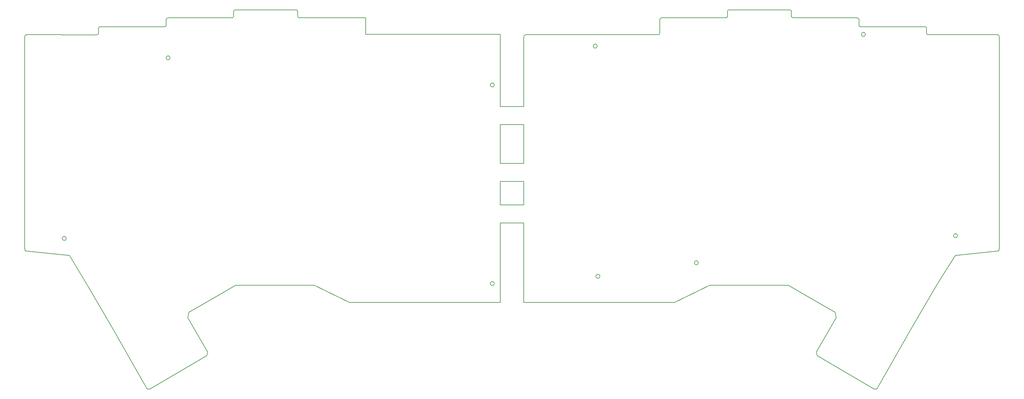
<source format=gbr>
%TF.GenerationSoftware,KiCad,Pcbnew,(5.1.6-0-10_14)*%
%TF.CreationDate,2020-09-29T15:02:50+02:00*%
%TF.ProjectId,bottom-plate,626f7474-6f6d-42d7-906c-6174652e6b69,rev?*%
%TF.SameCoordinates,Original*%
%TF.FileFunction,Profile,NP*%
%FSLAX46Y46*%
G04 Gerber Fmt 4.6, Leading zero omitted, Abs format (unit mm)*
G04 Created by KiCad (PCBNEW (5.1.6-0-10_14)) date 2020-09-29 15:02:50*
%MOMM*%
%LPD*%
G01*
G04 APERTURE LIST*
%TA.AperFunction,Profile*%
%ADD10C,0.200000*%
%TD*%
G04 APERTURE END LIST*
D10*
X145288000Y-75438000D02*
X145288000Y-97790000D01*
X190660384Y-17702252D02*
X196787500Y-17702252D01*
X227660528Y-17702252D02*
X234697500Y-17702252D01*
X265660170Y-22452301D02*
X265660408Y-22452301D01*
X265160287Y-21952179D02*
X265209543Y-22168960D01*
X265209543Y-22168960D02*
X265342150Y-22338046D01*
X265342150Y-22338046D02*
X265535215Y-22436528D01*
X265535215Y-22436528D02*
X265660170Y-22452301D01*
X246160351Y-19702247D02*
X246209710Y-19919004D01*
X246209710Y-19919004D02*
X246342398Y-20088024D01*
X246342398Y-20088024D02*
X246535510Y-20186410D01*
X246535510Y-20186410D02*
X246660473Y-20202121D01*
X246160351Y-18202126D02*
X246111023Y-17985433D01*
X246111023Y-17985433D02*
X245978410Y-17816436D01*
X245978410Y-17816436D02*
X245785391Y-17718014D01*
X245785391Y-17718014D02*
X245660478Y-17702252D01*
X227660280Y-17702252D02*
X227660528Y-17702252D01*
X227160406Y-17202126D02*
X227209656Y-17418908D01*
X227209656Y-17418908D02*
X227342261Y-17587995D01*
X227342261Y-17587995D02*
X227535325Y-17686479D01*
X227535325Y-17686479D02*
X227660280Y-17702252D01*
X227160406Y-15952194D02*
X227111156Y-15735411D01*
X227111156Y-15735411D02*
X226978551Y-15566324D01*
X226978551Y-15566324D02*
X226785487Y-15467840D01*
X226785487Y-15467840D02*
X226660533Y-15452068D01*
X209160456Y-15952189D02*
X209160456Y-15952194D01*
X209660330Y-15452068D02*
X209443570Y-15501427D01*
X209443570Y-15501427D02*
X209274550Y-15634116D01*
X209274550Y-15634116D02*
X209176165Y-15827228D01*
X209176165Y-15827228D02*
X209160456Y-15952189D01*
X209160456Y-17202379D02*
X209160456Y-17202126D01*
X208660335Y-17702252D02*
X208877118Y-17653001D01*
X208877118Y-17653001D02*
X209046203Y-17520395D01*
X209046203Y-17520395D02*
X209144683Y-17327331D01*
X209144683Y-17327331D02*
X209160456Y-17202379D01*
X190660384Y-17702252D02*
X190443691Y-17751580D01*
X190443691Y-17751580D02*
X190274694Y-17884193D01*
X190274694Y-17884193D02*
X190176272Y-18077212D01*
X190176272Y-18077212D02*
X190160511Y-18202126D01*
X190160511Y-21952427D02*
X190160511Y-21952179D01*
X189660389Y-22452301D02*
X189877172Y-22403049D01*
X189877172Y-22403049D02*
X190046257Y-22270443D01*
X190046257Y-22270443D02*
X190144738Y-22077380D01*
X190144738Y-22077380D02*
X190160511Y-21952427D01*
X285099901Y-22451031D02*
X265660408Y-22452301D01*
X209160456Y-15952194D02*
X209158680Y-17200350D01*
X208658301Y-17700729D02*
X201547500Y-17700729D01*
X190159499Y-18201109D02*
X190159499Y-21950145D01*
X265160287Y-20702242D02*
X265111034Y-20485463D01*
X265111034Y-20485463D02*
X264978434Y-20316379D01*
X264978434Y-20316379D02*
X264785376Y-20217895D01*
X264785376Y-20217895D02*
X264660423Y-20202121D01*
X265158005Y-20700466D02*
X265160287Y-21952179D01*
X245658444Y-17700729D02*
X239537500Y-17700729D01*
X227159642Y-17200350D02*
X227159642Y-15950671D01*
X226659263Y-15450292D02*
X209659060Y-15450292D01*
X189659119Y-22450525D02*
X152406499Y-22452301D01*
X285599784Y-22950904D02*
X285599784Y-82424945D01*
X285599784Y-22950904D02*
X285550458Y-22734210D01*
X285550458Y-22734210D02*
X285417840Y-22565212D01*
X285417840Y-22565212D02*
X285224815Y-22466791D01*
X285224815Y-22466791D02*
X285099901Y-22451031D01*
X264660165Y-20200087D02*
X246659203Y-20200087D01*
X246158823Y-19699707D02*
X246158823Y-18201109D01*
X218440000Y-92964000D02*
X221996000Y-92964000D01*
X239522000Y-100584000D02*
X239776000Y-102108000D01*
X234442000Y-112776000D02*
X250444000Y-122174000D01*
X251206000Y-122174000D02*
X260604000Y-105664000D01*
X226314000Y-92964000D02*
X234188000Y-97536000D01*
X194056000Y-97790000D02*
X194310000Y-97790000D01*
X221996000Y-92964000D02*
X222758000Y-92964000D01*
X239776000Y-102108000D02*
X234188000Y-111760000D01*
X168402000Y-97790000D02*
X175514000Y-97790000D01*
X234188000Y-111760000D02*
X234442000Y-112776000D01*
X273304000Y-84582000D02*
X285496000Y-83312000D01*
X151892000Y-97790000D02*
X168402000Y-97790000D01*
X194310000Y-97790000D02*
X204216000Y-92964000D01*
X175514000Y-97790000D02*
X194056000Y-97790000D01*
X222758000Y-92964000D02*
X226314000Y-92964000D01*
X250444000Y-122174000D02*
X251206000Y-122174000D01*
X234188000Y-97536000D02*
X239522000Y-100584000D01*
X285599784Y-82424945D02*
X285496000Y-83312000D01*
X267716000Y-93472000D02*
X269748000Y-90170000D01*
X151892000Y-75438000D02*
X151892000Y-97790000D01*
X152398621Y-22460427D02*
X152181837Y-22509678D01*
X152181837Y-22509678D02*
X152012752Y-22642284D01*
X152012752Y-22642284D02*
X151914271Y-22835347D01*
X151914271Y-22835347D02*
X151898499Y-22960301D01*
X151898499Y-22960301D02*
X151898499Y-22960549D01*
X151898499Y-22960549D02*
X151892000Y-23114000D01*
X152406499Y-22452301D02*
X152398621Y-22460427D01*
X260604000Y-105664000D02*
X267716000Y-93472000D01*
X172534000Y-25654000D02*
G75*
G03*
X172534000Y-25654000I-576000J0D01*
G01*
X173296000Y-90424000D02*
G75*
G03*
X173296000Y-90424000I-576000J0D01*
G01*
X200982000Y-86614000D02*
G75*
G03*
X200982000Y-86614000I-576000J0D01*
G01*
X273880000Y-78994000D02*
G75*
G03*
X273880000Y-78994000I-576000J0D01*
G01*
X247972000Y-22352000D02*
G75*
G03*
X247972000Y-22352000I-576000J0D01*
G01*
X51244177Y-19707707D02*
X51244177Y-18209109D01*
X32742835Y-20208087D02*
X50743797Y-20208087D01*
X11492700Y-22960174D02*
X11542025Y-22743480D01*
X11542025Y-22743480D02*
X11674643Y-22574482D01*
X11674643Y-22574482D02*
X11867668Y-22476061D01*
X11867668Y-22476061D02*
X11992583Y-22460301D01*
X11493216Y-22958904D02*
X11493216Y-82432945D01*
X107442000Y-22352000D02*
X145288000Y-22353776D01*
X32244995Y-20708466D02*
X32242713Y-21960179D01*
X32242713Y-20710242D02*
X32291965Y-20493463D01*
X32291965Y-20493463D02*
X32424565Y-20324379D01*
X32424565Y-20324379D02*
X32617623Y-20225895D01*
X32617623Y-20225895D02*
X32742577Y-20210121D01*
X11993595Y-22458525D02*
X31742592Y-22460301D01*
X51242649Y-18210126D02*
X51291976Y-17993433D01*
X51291976Y-17993433D02*
X51424589Y-17824436D01*
X51424589Y-17824436D02*
X51617608Y-17726014D01*
X51617608Y-17726014D02*
X51742522Y-17710252D01*
X51242649Y-19710247D02*
X51193289Y-19927004D01*
X51193289Y-19927004D02*
X51060601Y-20096024D01*
X51060601Y-20096024D02*
X50867489Y-20194410D01*
X50867489Y-20194410D02*
X50742527Y-20210121D01*
X32242713Y-21960179D02*
X32193456Y-22176960D01*
X32193456Y-22176960D02*
X32060849Y-22346046D01*
X32060849Y-22346046D02*
X31867784Y-22444528D01*
X31867784Y-22444528D02*
X31742830Y-22460301D01*
X31742830Y-22460301D02*
X31742592Y-22460301D01*
X145288000Y-23114000D02*
X145288000Y-22606000D01*
X145288000Y-22606000D02*
X145288000Y-22352000D01*
X107442000Y-22352000D02*
X107442000Y-17780000D01*
X107442000Y-17780000D02*
X107442000Y-17710252D01*
X107442000Y-17710252D02*
X100615500Y-17710252D01*
X145288000Y-97790000D02*
X128778000Y-97790000D01*
X128778000Y-97790000D02*
X121666000Y-97790000D01*
X121666000Y-97790000D02*
X103124000Y-97790000D01*
X103124000Y-97790000D02*
X102870000Y-97790000D01*
X102870000Y-97790000D02*
X92964000Y-92964000D01*
X92964000Y-92964000D02*
X84582000Y-92964000D01*
X84582000Y-92964000D02*
X74422000Y-92964000D01*
X74422000Y-92964000D02*
X70866000Y-92964000D01*
X70866000Y-92964000D02*
X62992000Y-97536000D01*
X62992000Y-97536000D02*
X57658000Y-100584000D01*
X57658000Y-100584000D02*
X57404000Y-102108000D01*
X57404000Y-102108000D02*
X62992000Y-111760000D01*
X62992000Y-111760000D02*
X62738000Y-112776000D01*
X62738000Y-112776000D02*
X46736000Y-122174000D01*
X46736000Y-122174000D02*
X45974000Y-122174000D01*
X45974000Y-122174000D02*
X36576000Y-105664000D01*
X36576000Y-105664000D02*
X29464000Y-93472000D01*
X11493216Y-82432945D02*
X11684000Y-83312000D01*
X52392000Y-28956000D02*
G75*
G03*
X52392000Y-28956000I-576000J0D01*
G01*
X23182000Y-79756000D02*
G75*
G03*
X23182000Y-79756000I-576000J0D01*
G01*
X143578000Y-92456000D02*
G75*
G03*
X143578000Y-92456000I-576000J0D01*
G01*
X143578000Y-36576000D02*
G75*
G03*
X143578000Y-36576000I-576000J0D01*
G01*
X69742720Y-17710252D02*
X69742472Y-17710252D01*
X70242594Y-17210126D02*
X70193343Y-17426908D01*
X70193343Y-17426908D02*
X70060738Y-17595995D01*
X70060738Y-17595995D02*
X69867674Y-17694479D01*
X69867674Y-17694479D02*
X69742720Y-17710252D01*
X70242594Y-15960194D02*
X70291843Y-15743411D01*
X70291843Y-15743411D02*
X70424448Y-15574324D01*
X70424448Y-15574324D02*
X70617512Y-15475840D01*
X70617512Y-15475840D02*
X70742467Y-15460068D01*
X70243358Y-17208350D02*
X70243358Y-15958671D01*
X88744699Y-17708729D02*
X95855500Y-17708729D01*
X88138000Y-15494000D02*
X88186469Y-15710138D01*
X88186469Y-15710138D02*
X88231776Y-15912177D01*
X88231776Y-15912177D02*
X88242544Y-15960194D01*
X70743737Y-15458292D02*
X88138000Y-15494000D01*
X88242544Y-15960194D02*
X88244320Y-17208350D01*
X88742665Y-17710252D02*
X88525881Y-17661001D01*
X88525881Y-17661001D02*
X88356796Y-17528395D01*
X88356796Y-17528395D02*
X88258316Y-17335331D01*
X88258316Y-17335331D02*
X88242544Y-17210379D01*
X88242544Y-17210379D02*
X88242544Y-17210126D01*
X269748000Y-90170000D02*
X273304000Y-84582000D01*
X24130000Y-84582000D02*
X11684000Y-83312000D01*
X29464000Y-93472000D02*
X24130000Y-84582000D01*
X239537500Y-17700729D02*
X234697500Y-17702252D01*
X201547500Y-17700729D02*
X196787500Y-17702252D01*
X95855500Y-17708729D02*
X100615500Y-17710252D01*
X51744556Y-17708729D02*
X57865500Y-17708729D01*
X69742472Y-17710252D02*
X62705500Y-17710252D01*
X62705500Y-17710252D02*
X57865500Y-17708729D01*
X218440000Y-92964000D02*
X204216000Y-92964000D01*
X151892000Y-63754000D02*
X151892000Y-70358000D01*
X151892000Y-47752000D02*
X151892000Y-58674000D01*
X145288000Y-63754000D02*
X145288000Y-70358000D01*
X151892000Y-63754000D02*
X145288000Y-63754000D01*
X145288000Y-47752000D02*
X145288000Y-58674000D01*
X145288000Y-23114000D02*
X145288000Y-42672000D01*
X151892000Y-58674000D02*
X145288000Y-58674000D01*
X151892000Y-42672000D02*
X145288000Y-42672000D01*
X151892000Y-47752000D02*
X145288000Y-47752000D01*
X145288000Y-75438000D02*
X151892000Y-75438000D01*
X151892000Y-70358000D02*
X145288000Y-70358000D01*
X151892000Y-23114000D02*
X151892000Y-42672000D01*
M02*

</source>
